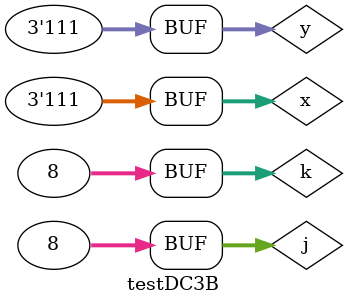
<source format=v>


//--------- xor de nor

module xorgate (x0, p, q);

output x0;
input p, q;
wire t[0:3];

nor NOR1 (t[0], p);
nor NOR2 (t[1], q);
nor NOR3 (t[2], p, q);
nor NOR4 (t[3], t[0], t[1]);
nor NOR5 (x0, t[3], t[2]); // esta saida corresponde ao d

endmodule // xorgate

//------------ not de nor

module notgate (x1, a);

output x1;
input a;

nor NOR1 (x1, a);

endmodule // notgate

//--------- and nor

module andgate (x2, b, c);

output x2;
input b, c;
wire e[0:2];

nor NOR1 (e[0], c);
notgate NOT1 (e[1], b);
nor NOR2 (e[2], e[1]);
nor NOR3 (x2, e[2], e[0]); // esta saida corresponde ao Vout

endmodule // andgate

//------- or de nor

module orgate (x3, b1, c1);

output x3;
input b1, c1;
wire f;

nor NOR1 (f, b1, c1);
nor NOR2 (x3, f);

endmodule // orgate


//---------- meia diferenca nor

module MD (d1, Vout1, f1, g1);

output d1, Vout1;
input f1, g1;

xorgate XOR1 (d1, f1, g1);
andgate AND1 (Vout1, f1, g1);


endmodule // MD

//------ diferenca completa nor

module DC (d1, Vem1out, Vem1in, x1, y1);

output d1, Vem1out; 
input x1, y1, Vem1in;
wire t1, t2, t3;

MD MD1 (t1, t2, x1, y1);
MD MD2 (d1, t3, t1, Vem1in);
orgate OR1 (Vem1out, t3, t2);

endmodule // DC

//----- diferenca completa 3 bits nor

module DC3B (diferenca, Vem1, a, b);

output [2:0]diferenca;
output Vem1;
input [2:0]a;
input [2:0]b;
wire v0, v1;

MD MD1(diferenca[0], v0, a[0], b[0]);
DC DC1 (diferenca[1], v1, v0, a[1], b[1]);
DC DC2(diferenca[2], Vem1, v1, a[2], b[2]);

endmodule // DC3B

// ---------------------------
// -- test Diferenca completa
// ---------------------------

module testDC3B;

reg [2:0]x;
reg [2:0] y;
wire [2:0]d;
wire Vem1;
integer j, k, linha;

// instancia
DC3B DC3B1 (d, Vem1, x, y);

// parte principal
 initial begin

x = 0;
y = 0;
j = 0;

end

 initial begin
      $display("\nguia05_05 - Ludmily Caldeira da Silva - 417290\n");
      $display("Test Diferenca Completa 3 bits com nor\n");
      $display("\n   a      b      Cout   Soma\n");
		
      $monitor("     %3b    %3b     %b     %3b" , x, y, d, Vem1);
		
		for (j = 0; j < 8; j = j + 1) begin
					
			#1 x = j; 
								
				for (k = 0; k < 8; k = k + 1) begin
		
					#1 y = k; 
					
			   end
		
	   end
				
  end
 
endmodule // testDC3B 

/* Resultados obtidos
    
     ----jGRASP exec: vvp guia05-05.vvp
    
    
    guia05_05 - Ludmily Caldeira da Silva - 417290
    
    Test Diferenca Completa 3 bits com nor
    
    
       a      b      Cout   Soma
    
         000    000     000       0
         000    001     111       1
         000    010     110       1
         000    011     101       1
         000    100     100       1
         000    101     011       1
         000    110     010       1
         000    111     001       1
         001    111     010       1
         001    000     001       0
         001    001     000       0
         001    010     111       1
         001    011     110       1
         001    100     101       1
         001    101     100       1
         001    110     011       1
         001    111     010       1
         010    111     011       1
         010    000     010       0
         010    001     001       0
         010    010     000       0
         010    011     111       1
         010    100     110       1
         010    101     101       1
         010    110     100       1
         010    111     011       1
         011    111     100       1
         011    000     011       0
         011    001     010       0
         011    010     001       0
         011    011     000       0
         011    100     111       1
         011    101     110       1
         011    110     101       1
         011    111     100       1
         100    111     101       1
         100    000     100       0
         100    001     011       0
         100    010     010       0
         100    011     001       0
         100    100     000       0
         100    101     111       1
         100    110     110       1
         100    111     101       1
         101    111     110       1
         101    000     101       0
         101    001     100       0
         101    010     011       0
         101    011     010       0
         101    100     001       0
         101    101     000       0
         101    110     111       1
         101    111     110       1
         110    111     111       1
         110    000     110       0
         110    001     101       0
         110    010     100       0
         110    011     011       0
         110    100     010       0
         110    101     001       0
         110    110     000       0
         110    111     111       1
         111    111     000       0
         111    000     111       0
         111    001     110       0
         111    010     101       0
         111    011     100       0
         111    100     011       0
         111    101     010       0
         111    110     001       0
         111    111     000       0
    
     ----jGRASP: operation complete.
       
*/
</source>
